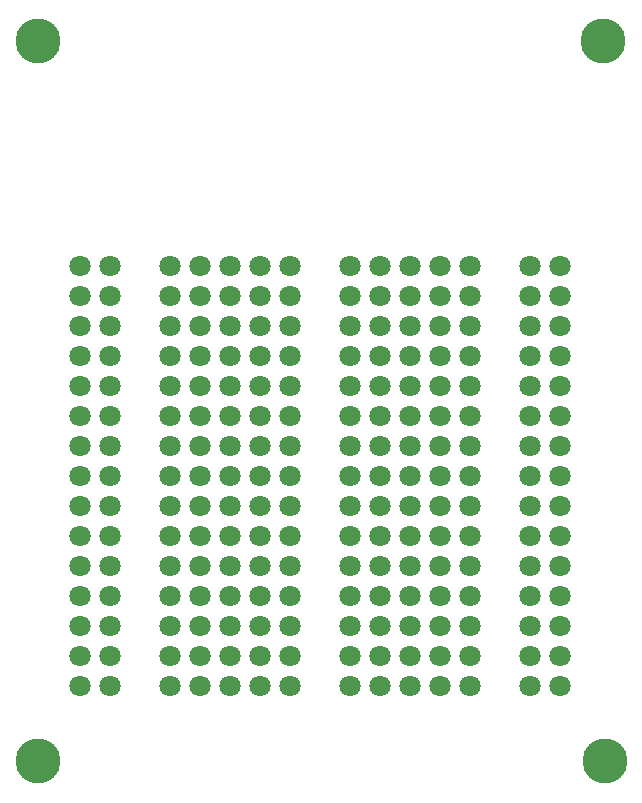
<source format=gbs>
G04 #@! TF.GenerationSoftware,KiCad,Pcbnew,8.0.2*
G04 #@! TF.CreationDate,2024-08-26T09:40:56-06:00*
G04 #@! TF.ProjectId,Perfboard_0.25,50657266-626f-4617-9264-5f302e32352e,rev?*
G04 #@! TF.SameCoordinates,Original*
G04 #@! TF.FileFunction,Soldermask,Bot*
G04 #@! TF.FilePolarity,Negative*
%FSLAX46Y46*%
G04 Gerber Fmt 4.6, Leading zero omitted, Abs format (unit mm)*
G04 Created by KiCad (PCBNEW 8.0.2) date 2024-08-26 09:40:56*
%MOMM*%
%LPD*%
G01*
G04 APERTURE LIST*
%ADD10C,1.803200*%
%ADD11C,2.600000*%
%ADD12C,3.800000*%
G04 APERTURE END LIST*
D10*
X142240000Y-83820000D03*
X139700000Y-78740000D03*
X160020000Y-66040000D03*
X144780000Y-78740000D03*
X129540000Y-86360000D03*
X162560000Y-91440000D03*
X144780000Y-86360000D03*
X142240000Y-73660000D03*
X147320000Y-101600000D03*
X170180000Y-91440000D03*
X160020000Y-76200000D03*
X167640000Y-101600000D03*
X137160000Y-78740000D03*
X154940000Y-68580000D03*
X170180000Y-73660000D03*
X144780000Y-68580000D03*
X144780000Y-73660000D03*
X162560000Y-71120000D03*
X137160000Y-76200000D03*
X162560000Y-86360000D03*
X139700000Y-99060000D03*
X147320000Y-73660000D03*
X157480000Y-88900000D03*
X144780000Y-76200000D03*
X139700000Y-96520000D03*
X162560000Y-83820000D03*
X152400000Y-83820000D03*
X142240000Y-91440000D03*
X170180000Y-76200000D03*
X152400000Y-81280000D03*
X142240000Y-96520000D03*
X160020000Y-99060000D03*
X152400000Y-91440000D03*
X132080000Y-66040000D03*
X147320000Y-96520000D03*
X154940000Y-73660000D03*
D11*
X173860000Y-47000000D03*
D12*
X173860000Y-47000000D03*
D10*
X132080000Y-78740000D03*
X132080000Y-81280000D03*
X142240000Y-101600000D03*
X154940000Y-81280000D03*
X167640000Y-99060000D03*
X142240000Y-81280000D03*
X139700000Y-93980000D03*
X167640000Y-93980000D03*
X157480000Y-78740000D03*
X152400000Y-99060000D03*
X154940000Y-93980000D03*
X132080000Y-91440000D03*
X162560000Y-88900000D03*
X157480000Y-81280000D03*
X139700000Y-81280000D03*
X129540000Y-81280000D03*
X167640000Y-91440000D03*
X167640000Y-76200000D03*
X132080000Y-83820000D03*
X167640000Y-86360000D03*
X139700000Y-76200000D03*
X129540000Y-76200000D03*
X144780000Y-93980000D03*
X147320000Y-93980000D03*
X147320000Y-66040000D03*
D11*
X126000000Y-47000000D03*
D12*
X126000000Y-47000000D03*
D10*
X129540000Y-88900000D03*
X157480000Y-93980000D03*
X147320000Y-76200000D03*
X152400000Y-76200000D03*
X154940000Y-96520000D03*
X154940000Y-86360000D03*
X147320000Y-86360000D03*
X144780000Y-66040000D03*
X129540000Y-96520000D03*
X139700000Y-101600000D03*
X167640000Y-66040000D03*
X144780000Y-81280000D03*
X167640000Y-96520000D03*
X137160000Y-73660000D03*
X129540000Y-93980000D03*
X132080000Y-99060000D03*
X144780000Y-91440000D03*
X132080000Y-68580000D03*
X154940000Y-101600000D03*
X144780000Y-83820000D03*
X170180000Y-101600000D03*
X170180000Y-83820000D03*
X157480000Y-96520000D03*
X132080000Y-93980000D03*
X129540000Y-91440000D03*
D11*
X174000000Y-108000000D03*
D12*
X174000000Y-108000000D03*
D10*
X154940000Y-88900000D03*
X170180000Y-93980000D03*
X137160000Y-99060000D03*
X170180000Y-96520000D03*
X162560000Y-93980000D03*
X167640000Y-78740000D03*
X129540000Y-73660000D03*
X162560000Y-96520000D03*
X157480000Y-91440000D03*
X139700000Y-66040000D03*
X157480000Y-101600000D03*
X162560000Y-73660000D03*
X170180000Y-86360000D03*
X167640000Y-68580000D03*
X147320000Y-91440000D03*
X142240000Y-78740000D03*
X162560000Y-99060000D03*
X144780000Y-99060000D03*
X162560000Y-81280000D03*
X167640000Y-71120000D03*
X137160000Y-71120000D03*
X152400000Y-88900000D03*
X170180000Y-99060000D03*
X147320000Y-71120000D03*
X152400000Y-68580000D03*
X152400000Y-78740000D03*
X142240000Y-68580000D03*
X139700000Y-88900000D03*
X157480000Y-83820000D03*
X137160000Y-93980000D03*
X157480000Y-73660000D03*
X137160000Y-96520000D03*
X132080000Y-76200000D03*
X137160000Y-81280000D03*
X142240000Y-93980000D03*
X160020000Y-96520000D03*
X160020000Y-68580000D03*
X154940000Y-78740000D03*
X147320000Y-99060000D03*
X157480000Y-86360000D03*
X132080000Y-71120000D03*
X160020000Y-73660000D03*
X154940000Y-66040000D03*
X162560000Y-76200000D03*
X162560000Y-68580000D03*
X154940000Y-91440000D03*
X170180000Y-68580000D03*
X142240000Y-86360000D03*
X160020000Y-88900000D03*
X142240000Y-66040000D03*
X160020000Y-101600000D03*
X157480000Y-76200000D03*
X167640000Y-83820000D03*
X152400000Y-96520000D03*
X152400000Y-93980000D03*
X139700000Y-68580000D03*
X154940000Y-99060000D03*
X139700000Y-73660000D03*
X132080000Y-88900000D03*
X147320000Y-83820000D03*
X144780000Y-71120000D03*
X152400000Y-71120000D03*
X129540000Y-101600000D03*
X154940000Y-71120000D03*
X160020000Y-91440000D03*
X170180000Y-66040000D03*
X129540000Y-99060000D03*
X152400000Y-73660000D03*
X139700000Y-91440000D03*
X137160000Y-101600000D03*
X137160000Y-91440000D03*
X139700000Y-86360000D03*
X137160000Y-83820000D03*
X157480000Y-71120000D03*
X144780000Y-101600000D03*
X162560000Y-101600000D03*
X137160000Y-68580000D03*
X157480000Y-66040000D03*
X167640000Y-88900000D03*
X132080000Y-73660000D03*
X147320000Y-78740000D03*
X129540000Y-68580000D03*
X167640000Y-81280000D03*
X160020000Y-83820000D03*
X147320000Y-81280000D03*
X152400000Y-86360000D03*
D11*
X126000000Y-108000000D03*
D12*
X126000000Y-108000000D03*
D10*
X160020000Y-93980000D03*
X157480000Y-99060000D03*
X132080000Y-101600000D03*
X170180000Y-78740000D03*
X160020000Y-86360000D03*
X154940000Y-83820000D03*
X142240000Y-76200000D03*
X147320000Y-68580000D03*
X132080000Y-86360000D03*
X139700000Y-83820000D03*
X129540000Y-83820000D03*
X162560000Y-66040000D03*
X167640000Y-73660000D03*
X129540000Y-71120000D03*
X152400000Y-101600000D03*
X157480000Y-68580000D03*
X137160000Y-86360000D03*
X170180000Y-88900000D03*
X160020000Y-78740000D03*
X170180000Y-81280000D03*
X129540000Y-78740000D03*
X152400000Y-66040000D03*
X147320000Y-88900000D03*
X162560000Y-78740000D03*
X129540000Y-66040000D03*
X160020000Y-71120000D03*
X154940000Y-76200000D03*
X142240000Y-88900000D03*
X132080000Y-96520000D03*
X137160000Y-66040000D03*
X142240000Y-99060000D03*
X144780000Y-88900000D03*
X160020000Y-81280000D03*
X139700000Y-71120000D03*
X137160000Y-88900000D03*
X144780000Y-96520000D03*
X170180000Y-71120000D03*
X142240000Y-71120000D03*
M02*

</source>
